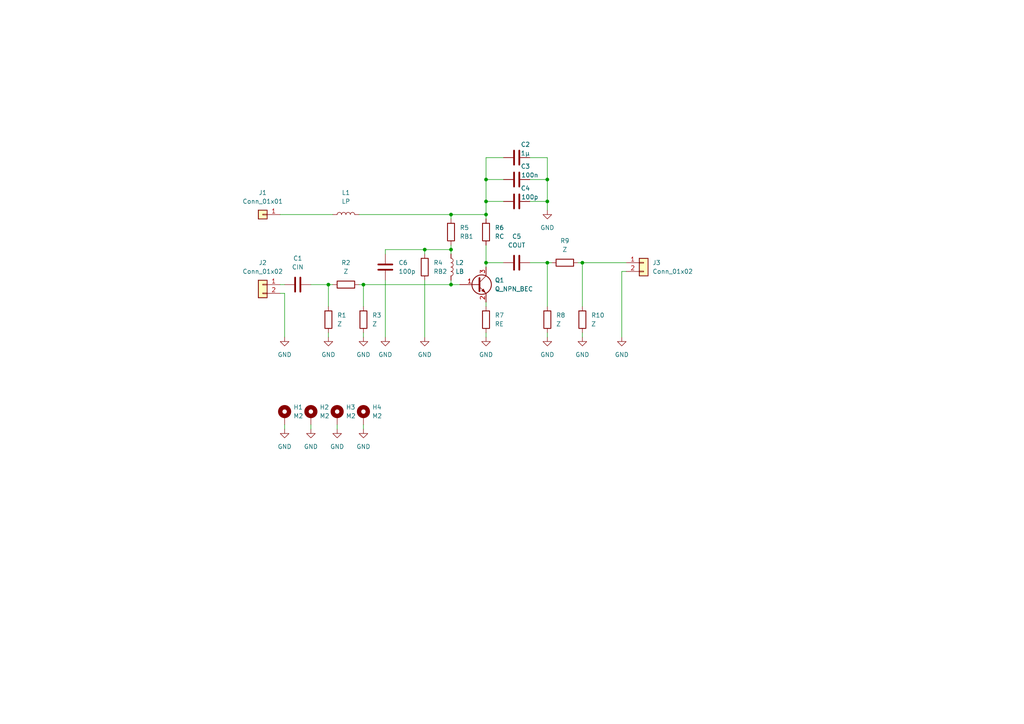
<source format=kicad_sch>
(kicad_sch (version 20211123) (generator eeschema)
  (paper "A4")
  (lib_symbols
    (symbol "Connector_Generic:Conn_01x01" (pin_names (offset 1.016) hide)
      (property "Reference" "J" (at 0 2.54 0))
      (property "Value" "Conn_01x01" (at 0 -2.54 0))
      (symbol "Conn_01x01_1_1"
        (rectangle (start -1.27 0.127) (end 0 -0.127) (stroke (width 0.1524)))
        (rectangle (start -1.27 1.27) (end 1.27 -1.27) (stroke (width 0.254)) (fill (type background)))
        (pin passive line (at -5.08 0 0) (length 3.81) (name "Pin_1") (number "1"))
      )
    )
    (symbol "Connector_Generic:Conn_01x02" (pin_names (offset 1.016) hide)
      (property "Reference" "J" (at 0 2.54 0))
      (property "Value" "Conn_01x02" (at 0 -5.08 0))
      (symbol "Conn_01x02_1_1"
        (rectangle (start -1.27 -2.413) (end 0 -2.667) (stroke (width 0.1524)))
        (rectangle (start -1.27 0.127) (end 0 -0.127) (stroke (width 0.1524)))
        (rectangle (start -1.27 1.27) (end 1.27 -3.81) (stroke (width 0.254)) (fill (type background)))
        (pin passive line (at -5.08 0 0) (length 3.81) (name "Pin_1") (number "1"))
        (pin passive line (at -5.08 -2.54 0) (length 3.81) (name "Pin_2") (number "2"))
      )
    )
    (symbol "Device:C" (pin_numbers hide) (pin_names (offset 0.254))
      (property "Reference" "C" (at 0.635 2.54 0))
      (property "Value" "C" (at 0.635 -2.54 0))
      (symbol "C_0_1"
        (polyline (pts (xy -2.032 -0.762) (xy 2.032 -0.762)) (stroke (width 0.508)))
        (polyline (pts (xy -2.032 0.762) (xy 2.032 0.762)) (stroke (width 0.508)))
      )
      (symbol "C_1_1"
        (pin passive line (at 0 3.81 270) (length 2.794) (name "~") (number "1"))
        (pin passive line (at 0 -3.81 90) (length 2.794) (name "~") (number "2"))
      )
    )
    (symbol "Device:L" (pin_numbers hide) (pin_names (offset 1.016) hide)
      (property "Reference" "L" (at -1.27 0 90))
      (property "Value" "L" (at 1.905 0 90))
      (symbol "L_0_1"
        (arc (start 0 -2.54) (mid 0.635 -1.905) (end 0 -1.27))
        (arc (start 0 -1.27) (mid 0.635 -0.635) (end 0 0))
        (arc (start 0 0) (mid 0.635 0.635) (end 0 1.27))
        (arc (start 0 1.27) (mid 0.635 1.905) (end 0 2.54))
      )
      (symbol "L_1_1"
        (pin passive line (at 0 3.81 270) (length 1.27) (name "1") (number "1"))
        (pin passive line (at 0 -3.81 90) (length 1.27) (name "2") (number "2"))
      )
    )
    (symbol "Device:Q_NPN_BEC" (pin_names (offset 0) hide)
      (property "Reference" "Q" (at 5.08 1.27 0))
      (property "Value" "Q_NPN_BEC" (at 5.08 -1.27 0))
      (symbol "Q_NPN_BEC_0_1"
        (polyline (pts (xy 0.635 0.635) (xy 2.54 2.54)))
        (polyline (pts (xy 0.635 -0.635) (xy 2.54 -2.54) (xy 2.54 -2.54)))
        (polyline (pts (xy 0.635 1.905) (xy 0.635 -1.905) (xy 0.635 -1.905)) (stroke (width 0.508)))
        (polyline (pts (xy 1.27 -1.778) (xy 1.778 -1.27) (xy 2.286 -2.286) (xy 1.27 -1.778) (xy 1.27 -1.778)) (fill (type outline)))
        (circle (center 1.27 0) (radius 2.8194) (stroke (width 0.254)))
      )
      (symbol "Q_NPN_BEC_1_1"
        (pin input line (at -5.08 0 0) (length 5.715) (name "B") (number "1"))
        (pin passive line (at 2.54 -5.08 90) (length 2.54) (name "E") (number "2"))
        (pin passive line (at 2.54 5.08 270) (length 2.54) (name "C") (number "3"))
      )
    )
    (symbol "Device:R" (pin_numbers hide) (pin_names (offset 0))
      (property "Reference" "R" (at 2.032 0 90))
      (property "Value" "R" (at 0 0 90))
      (symbol "R_0_1"
        (rectangle (start -1.016 -2.54) (end 1.016 2.54) (stroke (width 0.254)))
      )
      (symbol "R_1_1"
        (pin passive line (at 0 3.81 270) (length 1.27) (name "~") (number "1"))
        (pin passive line (at 0 -3.81 90) (length 1.27) (name "~") (number "2"))
      )
    )
    (symbol "Mechanical:MountingHole_Pad" (pin_numbers hide) (pin_names (offset 1.016) hide)
      (property "Reference" "H" (at 0 6.35 0))
      (property "Value" "MountingHole_Pad" (at 0 4.445 0))
      (symbol "MountingHole_Pad_0_1"
        (circle (center 0 1.27) (radius 1.27) (stroke (width 1.27)))
      )
      (symbol "MountingHole_Pad_1_1"
        (pin input line (at 0 -2.54 90) (length 2.54) (name "1") (number "1"))
      )
    )
    (symbol "power:GND" (power) (pin_names (offset 0))
      (property "Value" "GND" (at 0 -3.81 0))
      (symbol "GND_0_1"
        (polyline (pts (xy 0 0) (xy 0 -1.27) (xy 1.27 -1.27) (xy 0 -2.54) (xy -1.27 -1.27) (xy 0 -1.27)))
      )
      (symbol "GND_1_1"
        (pin power_in line (at 0 0 270) (length 0) hide (name "GND") (number "1"))
      )
    )
  )
  (junction (at 95.25 82.55))
  (junction (at 105.41 82.55))
  (junction (at 140.97 62.23))
  (junction (at 130.81 72.39))
  (junction (at 158.75 58.42))
  (junction (at 168.91 76.2))
  (junction (at 123.19 72.39))
  (junction (at 140.97 58.42))
  (junction (at 140.97 52.07))
  (junction (at 130.81 62.23))
  (junction (at 140.97 76.2))
  (junction (at 130.81 82.55))
  (junction (at 158.75 52.07))
  (junction (at 158.75 76.2))
  (wire (pts (xy 130.81 72.39) (xy 130.81 73.66)))
  (wire (pts (xy 168.91 76.2) (xy 181.61 76.2)))
  (wire (pts (xy 130.81 82.55) (xy 133.35 82.55)))
  (wire (pts (xy 140.97 52.07) (xy 146.05 52.07)))
  (wire (pts (xy 158.75 52.07) (xy 158.75 45.72)))
  (wire (pts (xy 158.75 76.2) (xy 158.75 88.9)))
  (wire (pts (xy 105.41 123.19) (xy 105.41 124.46)))
  (wire (pts (xy 111.76 73.66) (xy 111.76 72.39)))
  (wire (pts (xy 146.05 45.72) (xy 140.97 45.72)))
  (wire (pts (xy 140.97 96.52) (xy 140.97 97.79)))
  (wire (pts (xy 153.67 76.2) (xy 158.75 76.2)))
  (wire (pts (xy 140.97 87.63) (xy 140.97 88.9)))
  (wire (pts (xy 81.28 82.55) (xy 82.55 82.55)))
  (wire (pts (xy 111.76 72.39) (xy 123.19 72.39)))
  (wire (pts (xy 130.81 72.39) (xy 123.19 72.39)))
  (wire (pts (xy 153.67 45.72) (xy 158.75 45.72)))
  (wire (pts (xy 181.61 78.74) (xy 180.34 78.74)))
  (wire (pts (xy 82.55 123.19) (xy 82.55 124.46)))
  (wire (pts (xy 123.19 72.39) (xy 123.19 73.66)))
  (wire (pts (xy 111.76 81.28) (xy 111.76 97.79)))
  (wire (pts (xy 82.55 97.79) (xy 82.55 85.09)))
  (wire (pts (xy 153.67 58.42) (xy 158.75 58.42)))
  (wire (pts (xy 168.91 76.2) (xy 168.91 88.9)))
  (wire (pts (xy 140.97 71.12) (xy 140.97 76.2)))
  (wire (pts (xy 158.75 60.96) (xy 158.75 58.42)))
  (wire (pts (xy 140.97 58.42) (xy 140.97 62.23)))
  (wire (pts (xy 90.17 123.19) (xy 90.17 124.46)))
  (wire (pts (xy 180.34 78.74) (xy 180.34 97.79)))
  (wire (pts (xy 153.67 52.07) (xy 158.75 52.07)))
  (wire (pts (xy 95.25 82.55) (xy 95.25 88.9)))
  (wire (pts (xy 105.41 96.52) (xy 105.41 97.79)))
  (wire (pts (xy 81.28 62.23) (xy 96.52 62.23)))
  (wire (pts (xy 90.17 82.55) (xy 95.25 82.55)))
  (wire (pts (xy 130.81 81.28) (xy 130.81 82.55)))
  (wire (pts (xy 105.41 82.55) (xy 105.41 88.9)))
  (wire (pts (xy 82.55 85.09) (xy 81.28 85.09)))
  (wire (pts (xy 140.97 45.72) (xy 140.97 52.07)))
  (wire (pts (xy 123.19 81.28) (xy 123.19 97.79)))
  (wire (pts (xy 140.97 58.42) (xy 146.05 58.42)))
  (wire (pts (xy 104.14 62.23) (xy 130.81 62.23)))
  (wire (pts (xy 140.97 62.23) (xy 140.97 63.5)))
  (wire (pts (xy 130.81 62.23) (xy 140.97 62.23)))
  (wire (pts (xy 158.75 76.2) (xy 160.02 76.2)))
  (wire (pts (xy 158.75 96.52) (xy 158.75 97.79)))
  (wire (pts (xy 95.25 96.52) (xy 95.25 97.79)))
  (wire (pts (xy 167.64 76.2) (xy 168.91 76.2)))
  (wire (pts (xy 105.41 82.55) (xy 130.81 82.55)))
  (wire (pts (xy 95.25 82.55) (xy 96.52 82.55)))
  (wire (pts (xy 104.14 82.55) (xy 105.41 82.55)))
  (wire (pts (xy 130.81 71.12) (xy 130.81 72.39)))
  (wire (pts (xy 158.75 58.42) (xy 158.75 52.07)))
  (wire (pts (xy 140.97 76.2) (xy 140.97 77.47)))
  (wire (pts (xy 97.79 123.19) (xy 97.79 124.46)))
  (wire (pts (xy 168.91 96.52) (xy 168.91 97.79)))
  (wire (pts (xy 140.97 76.2) (xy 146.05 76.2)))
  (wire (pts (xy 140.97 52.07) (xy 140.97 58.42)))
  (wire (pts (xy 130.81 63.5) (xy 130.81 62.23)))
  (symbol (lib_id "Device:R") (at 163.83 76.2 90) (unit 1)
    (property "Reference" "R9" (at 163.83 69.85 90))
    (property "Value" "Z" (at 163.83 72.39 90))
    (property "Footprint" "Resistor_SMD:R_0603_1608Metric" (effects hide))
  )
  (symbol (lib_id "Mechanical:MountingHole_Pad") (at 90.17 120.65 0) (unit 1)
    (property "Reference" "H2" (at 92.71 118.1099 0) (effects (justify left)))
    (property "Value" "M2" (at 92.71 120.6499 0) (effects (justify left)))
    (property "Footprint" "modular-rf-bench-footprints:M2-hole" (effects hide))
  )
  (symbol (lib_id "Device:R") (at 100.33 82.55 90) (unit 1)
    (property "Reference" "R2" (at 100.33 76.2 90))
    (property "Value" "Z" (at 100.33 78.74 90))
    (property "Footprint" "Resistor_SMD:R_0603_1608Metric" (effects hide))
  )
  (symbol (lib_id "Device:R") (at 168.91 92.71 0) (unit 1)
    (property "Reference" "R10" (at 171.45 91.4399 0) (effects (justify left)))
    (property "Value" "Z" (at 171.45 93.9799 0) (effects (justify left)))
    (property "Footprint" "Resistor_SMD:R_0603_1608Metric" (effects hide))
  )
  (symbol (lib_id "power:GND") (at 105.41 97.79 0) (unit 1)
    (property "Reference" "#PWR03" (effects hide))
    (property "Value" "GND" (at 105.41 102.87 0))
  )
  (symbol (lib_id "Connector_Generic:Conn_01x02") (at 76.2 82.55 0) (mirror y) (unit 1)
    (property "Reference" "J2" (at 76.2 76.2 0))
    (property "Value" "Conn_01x02" (at 76.2 78.74 0))
    (property "Footprint" "modular-rf-bench-footprints:edge-connector" (effects hide))
  )
  (symbol (lib_id "power:GND") (at 97.79 124.46 0) (unit 1)
    (property "Reference" "#PWR0103" (effects hide))
    (property "Value" "GND" (at 97.79 129.54 0))
  )
  (symbol (lib_id "Connector_Generic:Conn_01x02") (at 186.69 76.2 0) (unit 1)
    (property "Reference" "J3" (at 189.23 76.1999 0) (effects (justify left)))
    (property "Value" "Conn_01x02" (at 189.23 78.7399 0) (effects (justify left)))
    (property "Footprint" "modular-rf-bench-footprints:edge-connector" (effects hide))
  )
  (symbol (lib_id "Device:R") (at 140.97 92.71 0) (unit 1)
    (property "Reference" "R7" (at 143.51 91.4399 0) (effects (justify left)))
    (property "Value" "RE" (at 143.51 93.9799 0) (effects (justify left)))
    (property "Footprint" "Resistor_SMD:R_0603_1608Metric" (effects hide))
  )
  (symbol (lib_id "Device:Q_NPN_BEC") (at 138.43 82.55 0) (unit 1)
    (property "Reference" "Q1" (at 143.51 81.2799 0) (effects (justify left)))
    (property "Value" "Q_NPN_BEC" (at 143.51 83.8199 0) (effects (justify left)))
    (property "Footprint" "Package_TO_SOT_SMD:SOT-23" (effects hide))
  )
  (symbol (lib_id "power:GND") (at 95.25 97.79 0) (unit 1)
    (property "Reference" "#PWR02" (effects hide))
    (property "Value" "GND" (at 95.25 102.87 0))
  )
  (symbol (lib_id "power:GND") (at 111.76 97.79 0) (unit 1)
    (property "Reference" "#PWR010" (effects hide))
    (property "Value" "GND" (at 111.76 102.87 0))
  )
  (symbol (lib_id "power:GND") (at 158.75 60.96 0) (unit 1)
    (property "Reference" "#PWR06" (effects hide))
    (property "Value" "GND" (at 158.75 66.04 0))
  )
  (symbol (lib_id "power:GND") (at 180.34 97.79 0) (unit 1)
    (property "Reference" "#PWR09" (effects hide))
    (property "Value" "GND" (at 180.34 102.87 0))
  )
  (symbol (lib_id "Device:L") (at 130.81 77.47 0) (unit 1)
    (property "Reference" "L2" (at 132.08 76.1999 0) (effects (justify left)))
    (property "Value" "LB" (at 132.08 78.7399 0) (effects (justify left)))
    (property "Footprint" "Inductor_SMD:L_0603_1608Metric" (effects hide))
  )
  (symbol (lib_id "power:GND") (at 168.91 97.79 0) (unit 1)
    (property "Reference" "#PWR08" (effects hide))
    (property "Value" "GND" (at 168.91 102.87 0))
  )
  (symbol (lib_id "Device:R") (at 158.75 92.71 0) (unit 1)
    (property "Reference" "R8" (at 161.29 91.4399 0) (effects (justify left)))
    (property "Value" "Z" (at 161.29 93.9799 0) (effects (justify left)))
    (property "Footprint" "Resistor_SMD:R_0603_1608Metric" (effects hide))
  )
  (symbol (lib_id "Connector_Generic:Conn_01x01") (at 76.2 62.23 0) (mirror y) (unit 1)
    (property "Reference" "J1" (at 76.2 55.88 0))
    (property "Value" "Conn_01x01" (at 76.2 58.42 0))
    (property "Footprint" "Connector_Wire:SolderWire-0.25sqmm_1x01_D0.65mm_OD1.7mm" (effects hide))
  )
  (symbol (lib_id "power:GND") (at 90.17 124.46 0) (unit 1)
    (property "Reference" "#PWR0101" (effects hide))
    (property "Value" "GND" (at 90.17 129.54 0))
  )
  (symbol (lib_id "Device:C") (at 149.86 52.07 90) (unit 1)
    (property "Reference" "C3" (at 152.4 48.26 90))
    (property "Value" "100n" (at 153.67 50.8 90))
    (property "Footprint" "Capacitor_SMD:C_0603_1608Metric" (effects hide))
  )
  (symbol (lib_id "Device:C") (at 86.36 82.55 90) (unit 1)
    (property "Reference" "C1" (at 86.36 74.93 90))
    (property "Value" "CIN" (at 86.36 77.47 90))
    (property "Footprint" "Capacitor_SMD:C_0603_1608Metric" (effects hide))
  )
  (symbol (lib_id "Mechanical:MountingHole_Pad") (at 97.79 120.65 0) (unit 1)
    (property "Reference" "H3" (at 100.33 118.1099 0) (effects (justify left)))
    (property "Value" "M2" (at 100.33 120.6499 0) (effects (justify left)))
    (property "Footprint" "modular-rf-bench-footprints:M2-hole" (effects hide))
  )
  (symbol (lib_id "Device:C") (at 111.76 77.47 180) (unit 1)
    (property "Reference" "C6" (at 115.57 76.1999 0) (effects (justify right)))
    (property "Value" "100p" (at 115.57 78.7399 0) (effects (justify right)))
    (property "Footprint" "Capacitor_SMD:C_0603_1608Metric" (effects hide))
  )
  (symbol (lib_id "Device:C") (at 149.86 45.72 90) (unit 1)
    (property "Reference" "C2" (at 152.4 41.91 90))
    (property "Value" "1µ" (at 152.4 44.45 90))
    (property "Footprint" "Capacitor_SMD:C_0603_1608Metric" (effects hide))
  )
  (symbol (lib_id "power:GND") (at 82.55 97.79 0) (unit 1)
    (property "Reference" "#PWR01" (effects hide))
    (property "Value" "GND" (at 82.55 102.87 0))
  )
  (symbol (lib_id "Device:R") (at 123.19 77.47 0) (unit 1)
    (property "Reference" "R4" (at 125.73 76.1999 0) (effects (justify left)))
    (property "Value" "RB2" (at 125.73 78.7399 0) (effects (justify left)))
    (property "Footprint" "Resistor_SMD:R_0603_1608Metric" (effects hide))
  )
  (symbol (lib_id "power:GND") (at 158.75 97.79 0) (unit 1)
    (property "Reference" "#PWR07" (effects hide))
    (property "Value" "GND" (at 158.75 102.87 0))
  )
  (symbol (lib_id "Device:R") (at 105.41 92.71 0) (unit 1)
    (property "Reference" "R3" (at 107.95 91.4399 0) (effects (justify left)))
    (property "Value" "Z" (at 107.95 93.9799 0) (effects (justify left)))
    (property "Footprint" "Resistor_SMD:R_0603_1608Metric" (effects hide))
  )
  (symbol (lib_id "power:GND") (at 82.55 124.46 0) (unit 1)
    (property "Reference" "#PWR0102" (effects hide))
    (property "Value" "GND" (at 82.55 129.54 0))
  )
  (symbol (lib_id "power:GND") (at 123.19 97.79 0) (unit 1)
    (property "Reference" "#PWR04" (effects hide))
    (property "Value" "GND" (at 123.19 102.87 0))
  )
  (symbol (lib_id "Device:R") (at 95.25 92.71 0) (unit 1)
    (property "Reference" "R1" (at 97.79 91.4399 0) (effects (justify left)))
    (property "Value" "Z" (at 97.79 93.9799 0) (effects (justify left)))
    (property "Footprint" "Resistor_SMD:R_0603_1608Metric" (effects hide))
  )
  (symbol (lib_id "Device:C") (at 149.86 76.2 90) (unit 1)
    (property "Reference" "C5" (at 149.86 68.58 90))
    (property "Value" "COUT" (at 149.86 71.12 90))
    (property "Footprint" "Capacitor_SMD:C_0603_1608Metric" (effects hide))
  )
  (symbol (lib_id "Device:R") (at 130.81 67.31 0) (unit 1)
    (property "Reference" "R5" (at 133.35 66.0399 0) (effects (justify left)))
    (property "Value" "RB1" (at 133.35 68.5799 0) (effects (justify left)))
    (property "Footprint" "Resistor_SMD:R_0603_1608Metric" (effects hide))
  )
  (symbol (lib_id "Mechanical:MountingHole_Pad") (at 82.55 120.65 0) (unit 1)
    (property "Reference" "H1" (at 85.09 118.1099 0) (effects (justify left)))
    (property "Value" "M2" (at 85.09 120.6499 0) (effects (justify left)))
    (property "Footprint" "modular-rf-bench-footprints:M2-hole" (effects hide))
  )
  (symbol (lib_id "Device:R") (at 140.97 67.31 0) (unit 1)
    (property "Reference" "R6" (at 143.51 66.0399 0) (effects (justify left)))
    (property "Value" "RC" (at 143.51 68.5799 0) (effects (justify left)))
    (property "Footprint" "Resistor_SMD:R_0603_1608Metric" (effects hide))
  )
  (symbol (lib_id "Mechanical:MountingHole_Pad") (at 105.41 120.65 0) (unit 1)
    (property "Reference" "H4" (at 107.95 118.1099 0) (effects (justify left)))
    (property "Value" "M2" (at 107.95 120.6499 0) (effects (justify left)))
    (property "Footprint" "modular-rf-bench-footprints:M2-hole" (effects hide))
  )
  (symbol (lib_id "power:GND") (at 105.41 124.46 0) (unit 1)
    (property "Reference" "#PWR0104" (effects hide))
    (property "Value" "GND" (at 105.41 129.54 0))
  )
  (symbol (lib_id "power:GND") (at 140.97 97.79 0) (unit 1)
    (property "Reference" "#PWR05" (effects hide))
    (property "Value" "GND" (at 140.97 102.87 0))
  )
  (symbol (lib_id "Device:L") (at 100.33 62.23 90) (unit 1)
    (property "Reference" "L1" (at 100.33 55.88 90))
    (property "Value" "LP" (at 100.33 58.42 90))
    (property "Footprint" "Inductor_SMD:L_0603_1608Metric" (effects hide))
  )
  (symbol (lib_id "Device:C") (at 149.86 58.42 90) (unit 1)
    (property "Reference" "C4" (at 152.4 54.61 90))
    (property "Value" "100p" (at 153.67 57.15 90))
    (property "Footprint" "Capacitor_SMD:C_0603_1608Metric" (effects hide))
  )
)
</source>
